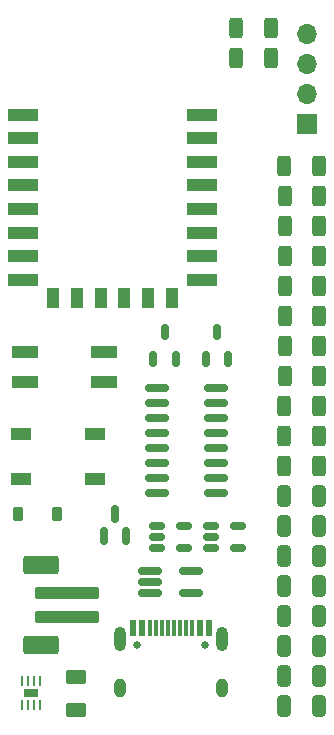
<source format=gbr>
%TF.GenerationSoftware,KiCad,Pcbnew,8.0.8*%
%TF.CreationDate,2025-02-15T17:25:52+01:00*%
%TF.ProjectId,Weathernode,57656174-6865-4726-9e6f-64652e6b6963,rev?*%
%TF.SameCoordinates,Original*%
%TF.FileFunction,Soldermask,Top*%
%TF.FilePolarity,Negative*%
%FSLAX46Y46*%
G04 Gerber Fmt 4.6, Leading zero omitted, Abs format (unit mm)*
G04 Created by KiCad (PCBNEW 8.0.8) date 2025-02-15 17:25:52*
%MOMM*%
%LPD*%
G01*
G04 APERTURE LIST*
G04 Aperture macros list*
%AMRoundRect*
0 Rectangle with rounded corners*
0 $1 Rounding radius*
0 $2 $3 $4 $5 $6 $7 $8 $9 X,Y pos of 4 corners*
0 Add a 4 corners polygon primitive as box body*
4,1,4,$2,$3,$4,$5,$6,$7,$8,$9,$2,$3,0*
0 Add four circle primitives for the rounded corners*
1,1,$1+$1,$2,$3*
1,1,$1+$1,$4,$5*
1,1,$1+$1,$6,$7*
1,1,$1+$1,$8,$9*
0 Add four rect primitives between the rounded corners*
20,1,$1+$1,$2,$3,$4,$5,0*
20,1,$1+$1,$4,$5,$6,$7,0*
20,1,$1+$1,$6,$7,$8,$9,0*
20,1,$1+$1,$8,$9,$2,$3,0*%
G04 Aperture macros list end*
%ADD10RoundRect,0.250000X-0.312500X-0.625000X0.312500X-0.625000X0.312500X0.625000X-0.312500X0.625000X0*%
%ADD11R,2.500000X1.000000*%
%ADD12R,1.000000X1.800000*%
%ADD13RoundRect,0.162500X-0.837500X-0.162500X0.837500X-0.162500X0.837500X0.162500X-0.837500X0.162500X0*%
%ADD14RoundRect,0.150000X-0.512500X-0.150000X0.512500X-0.150000X0.512500X0.150000X-0.512500X0.150000X0*%
%ADD15RoundRect,0.250000X-0.325000X-0.650000X0.325000X-0.650000X0.325000X0.650000X-0.325000X0.650000X0*%
%ADD16RoundRect,0.150000X0.150000X-0.512500X0.150000X0.512500X-0.150000X0.512500X-0.150000X-0.512500X0*%
%ADD17RoundRect,0.250000X0.625000X-0.375000X0.625000X0.375000X-0.625000X0.375000X-0.625000X-0.375000X0*%
%ADD18RoundRect,0.150000X0.150000X-0.587500X0.150000X0.587500X-0.150000X0.587500X-0.150000X-0.587500X0*%
%ADD19C,0.650000*%
%ADD20R,0.600000X1.450000*%
%ADD21R,0.300000X1.450000*%
%ADD22O,1.000000X2.100000*%
%ADD23O,1.000000X1.600000*%
%ADD24RoundRect,0.150000X-0.825000X-0.150000X0.825000X-0.150000X0.825000X0.150000X-0.825000X0.150000X0*%
%ADD25RoundRect,0.062500X-0.062500X0.325000X-0.062500X-0.325000X0.062500X-0.325000X0.062500X0.325000X0*%
%ADD26R,1.200000X0.800000*%
%ADD27R,2.160000X1.120000*%
%ADD28R,1.700000X1.700000*%
%ADD29O,1.700000X1.700000*%
%ADD30RoundRect,0.225000X-0.225000X-0.375000X0.225000X-0.375000X0.225000X0.375000X-0.225000X0.375000X0*%
%ADD31R,1.700000X1.000000*%
%ADD32RoundRect,0.250000X2.500000X-0.250000X2.500000X0.250000X-2.500000X0.250000X-2.500000X-0.250000X0*%
%ADD33RoundRect,0.250000X1.250000X-0.550000X1.250000X0.550000X-1.250000X0.550000X-1.250000X-0.550000X0*%
G04 APERTURE END LIST*
D10*
%TO.C,R12*%
X103247000Y-70104000D03*
X106172000Y-70104000D03*
%TD*%
%TO.C,R13*%
X103198000Y-75184000D03*
X106123000Y-75184000D03*
%TD*%
%TO.C,R8*%
X103247000Y-59944000D03*
X106172000Y-59944000D03*
%TD*%
D11*
%TO.C,U3*%
X81066000Y-48006000D03*
X81066000Y-50006000D03*
X81066000Y-52006000D03*
X81066000Y-54006000D03*
X81066000Y-56006000D03*
X81066000Y-58006000D03*
X81066000Y-60006000D03*
X81066000Y-62006000D03*
D12*
X83666000Y-63506000D03*
X85666000Y-63506000D03*
X87666000Y-63506000D03*
X89666000Y-63506000D03*
X91666000Y-63506000D03*
X93666000Y-63506000D03*
D11*
X96266000Y-62006000D03*
X96266000Y-60006000D03*
X96266000Y-58006000D03*
X96266000Y-56006000D03*
X96266000Y-54006000D03*
X96266000Y-52006000D03*
X96266000Y-50006000D03*
X96266000Y-48006000D03*
%TD*%
D13*
%TO.C,U5*%
X91883500Y-86614000D03*
X91883500Y-87564000D03*
X91883500Y-88514000D03*
X95303500Y-88514000D03*
X95303500Y-86614000D03*
%TD*%
D14*
%TO.C,U4*%
X92467000Y-82804000D03*
X92467000Y-83754000D03*
X92467000Y-84704000D03*
X94742000Y-84704000D03*
X94742000Y-82804000D03*
%TD*%
D10*
%TO.C,R2*%
X99121500Y-43180000D03*
X102046500Y-43180000D03*
%TD*%
%TO.C,R11*%
X103247000Y-67564000D03*
X106172000Y-67564000D03*
%TD*%
%TO.C,R14*%
X103198000Y-72644000D03*
X106123000Y-72644000D03*
%TD*%
D15*
%TO.C,C7*%
X103173000Y-95504000D03*
X106123000Y-95504000D03*
%TD*%
D16*
%TO.C,Q2*%
X96586000Y-68701500D03*
X98486000Y-68701500D03*
X97536000Y-66426500D03*
%TD*%
D17*
%TO.C,D1*%
X85598000Y-98428000D03*
X85598000Y-95628000D03*
%TD*%
D18*
%TO.C,Q3*%
X87950000Y-83663000D03*
X89850000Y-83663000D03*
X88900000Y-81788000D03*
%TD*%
D15*
%TO.C,C2*%
X103173000Y-82804000D03*
X106123000Y-82804000D03*
%TD*%
%TO.C,C6*%
X103173000Y-92964000D03*
X106123000Y-92964000D03*
%TD*%
D10*
%TO.C,R15*%
X103198000Y-77724000D03*
X106123000Y-77724000D03*
%TD*%
D19*
%TO.C,J2*%
X90740000Y-92904000D03*
X96520000Y-92904000D03*
D20*
X90380000Y-91459000D03*
X91180000Y-91459000D03*
D21*
X92380000Y-91459000D03*
X93380000Y-91459000D03*
X93880000Y-91459000D03*
X94880000Y-91459000D03*
D20*
X96080000Y-91459000D03*
X96880000Y-91459000D03*
X96880000Y-91459000D03*
X96080000Y-91459000D03*
D21*
X95380000Y-91459000D03*
X94380000Y-91459000D03*
X92880000Y-91459000D03*
X91880000Y-91459000D03*
D20*
X91180000Y-91459000D03*
X90380000Y-91459000D03*
D22*
X89310000Y-92374000D03*
D23*
X89310000Y-96554000D03*
D22*
X97950000Y-92374000D03*
D23*
X97950000Y-96554000D03*
%TD*%
D15*
%TO.C,C3*%
X103173000Y-85344000D03*
X106123000Y-85344000D03*
%TD*%
D24*
%TO.C,U2*%
X92456000Y-71120000D03*
X92456000Y-72390000D03*
X92456000Y-73660000D03*
X92456000Y-74930000D03*
X92456000Y-76200000D03*
X92456000Y-77470000D03*
X92456000Y-78740000D03*
X92456000Y-80010000D03*
X97406000Y-80010000D03*
X97406000Y-78740000D03*
X97406000Y-77470000D03*
X97406000Y-76200000D03*
X97406000Y-74930000D03*
X97406000Y-73660000D03*
X97406000Y-72390000D03*
X97406000Y-71120000D03*
%TD*%
D15*
%TO.C,C1*%
X103173000Y-80264000D03*
X106123000Y-80264000D03*
%TD*%
D25*
%TO.C,U1*%
X82492000Y-95986500D03*
X81992000Y-95986500D03*
X81492000Y-95986500D03*
X80992000Y-95986500D03*
X80992000Y-97961500D03*
X81492000Y-97961500D03*
X81992000Y-97961500D03*
X82492000Y-97961500D03*
D26*
X81742000Y-96974000D03*
%TD*%
D10*
%TO.C,R9*%
X103247000Y-62484000D03*
X106172000Y-62484000D03*
%TD*%
D27*
%TO.C,ID0*%
X81217000Y-68072000D03*
X81217000Y-70612000D03*
X87947000Y-70612000D03*
X87947000Y-68072000D03*
%TD*%
D10*
%TO.C,R3*%
X103185500Y-52324000D03*
X106110500Y-52324000D03*
%TD*%
D28*
%TO.C,BMP280*%
X105156000Y-48768000D03*
D29*
X105156000Y-46228000D03*
X105156000Y-43688000D03*
X105156000Y-41148000D03*
%TD*%
D15*
%TO.C,C5*%
X103173000Y-90424000D03*
X106123000Y-90424000D03*
%TD*%
D30*
%TO.C,D2*%
X80646000Y-81788000D03*
X83946000Y-81788000D03*
%TD*%
D31*
%TO.C,RESET1*%
X80924000Y-75062000D03*
X87224000Y-75062000D03*
X80924000Y-78862000D03*
X87224000Y-78862000D03*
%TD*%
D10*
%TO.C,R10*%
X103247000Y-65024000D03*
X106172000Y-65024000D03*
%TD*%
%TO.C,R1*%
X99121500Y-40640000D03*
X102046500Y-40640000D03*
%TD*%
D15*
%TO.C,C4*%
X103173000Y-87884000D03*
X106123000Y-87884000D03*
%TD*%
D16*
%TO.C,Q1*%
X92136000Y-68701500D03*
X94036000Y-68701500D03*
X93086000Y-66426500D03*
%TD*%
D10*
%TO.C,R4*%
X103247000Y-54864000D03*
X106172000Y-54864000D03*
%TD*%
%TO.C,R5*%
X103247000Y-57404000D03*
X106172000Y-57404000D03*
%TD*%
D15*
%TO.C,C8*%
X103173000Y-98044000D03*
X106123000Y-98044000D03*
%TD*%
D14*
%TO.C,U6*%
X97039000Y-82804000D03*
X97039000Y-83754000D03*
X97039000Y-84704000D03*
X99314000Y-84704000D03*
X99314000Y-82804000D03*
%TD*%
D32*
%TO.C,BATT0*%
X84836000Y-90506000D03*
X84836000Y-88506000D03*
D33*
X82586000Y-92906000D03*
X82586000Y-86106000D03*
%TD*%
M02*

</source>
